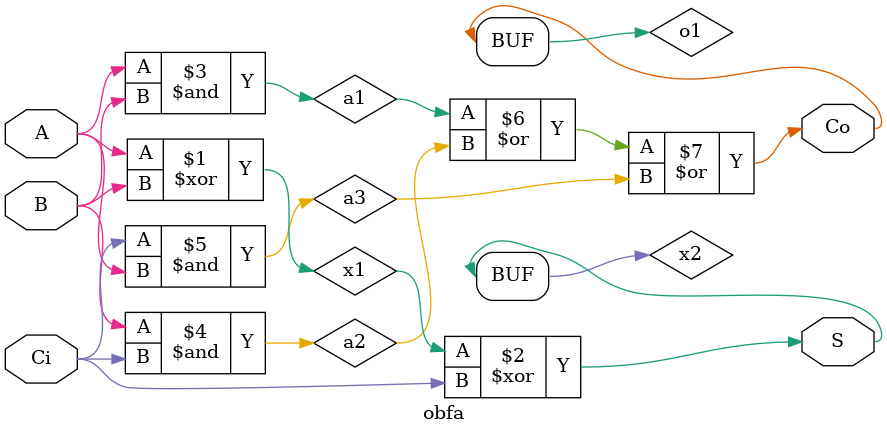
<source format=v>

module obfa(S,Co,A,B,Ci);   
    input A,B,Ci;
    output S,Co;
    
    wire x1,x2;
    xor xo1(x1,A,B);
    xor xo2(x2,x1,Ci);  // Sum = A ^ B ^ C; 

    wire a1,a2,a3,o1;

    and a_1(a1,A,B);
    and a_2(a2,B,Ci);
    and a_3(a3,Ci,A);  
    or o_1 (o1,a1,a2,a3);    //Co=(A&B) | (B&Ci) | (Ci&A);

    assign S= x2;
    assign Co=o1;
    
endmodule
</source>
